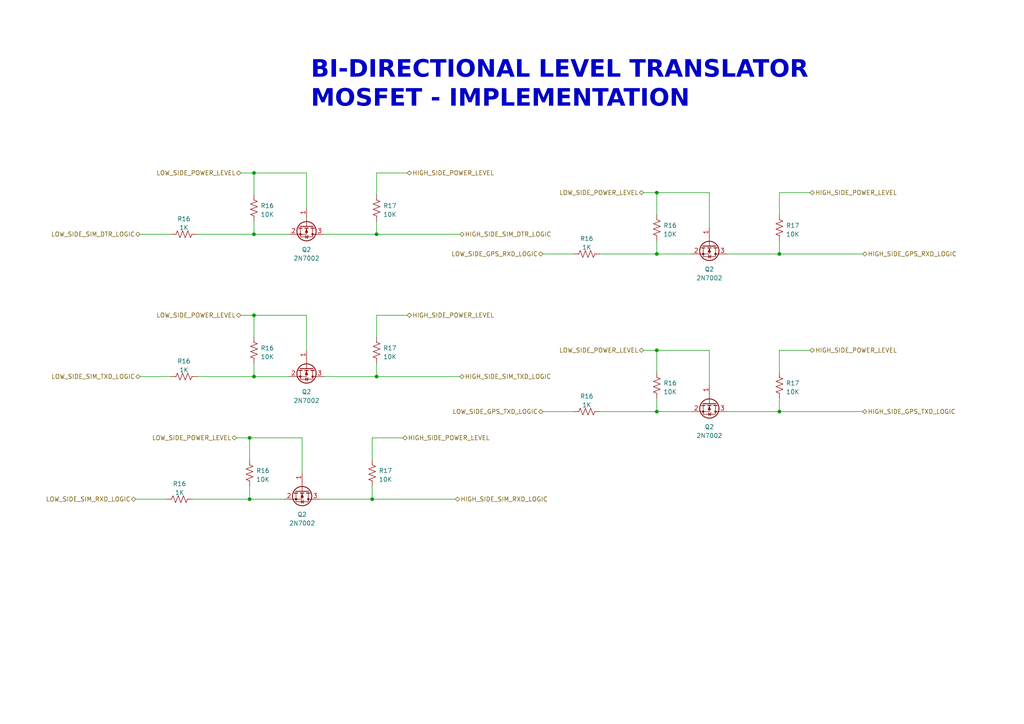
<source format=kicad_sch>
(kicad_sch (version 20230121) (generator eeschema)
  (paper "A4")
  (lib_symbols
    (symbol "Device:Q_NMOS_GSD" (pin_names (offset 0) hide)
      (property "Reference" "Q" (at 5.08 1.27 0))
      (property "Value" "Q_NMOS_GSD" (at 5.08 -1.27 0))
      (symbol "Q_NMOS_GSD_0_1"
        (polyline (pts (xy 0.254 0) (xy -2.54 0)))
        (polyline (pts (xy 0.254 1.905) (xy 0.254 -1.905)) (stroke (width 0.254)))
        (polyline (pts (xy 0.762 -1.27) (xy 0.762 -2.286)) (stroke (width 0.254)))
        (polyline (pts (xy 0.762 0.508) (xy 0.762 -0.508)) (stroke (width 0.254)))
        (polyline (pts (xy 0.762 2.286) (xy 0.762 1.27)) (stroke (width 0.254)))
        (polyline (pts (xy 2.54 2.54) (xy 2.54 1.778)))
        (polyline (pts (xy 2.54 -2.54) (xy 2.54 0) (xy 0.762 0)))
        (polyline (pts (xy 0.762 -1.778) (xy 3.302 -1.778) (xy 3.302 1.778) (xy 0.762 1.778)))
        (polyline (pts (xy 1.016 0) (xy 2.032 0.381) (xy 2.032 -0.381) (xy 1.016 0)) (fill (type outline)))
        (polyline (pts (xy 2.794 0.508) (xy 2.921 0.381) (xy 3.683 0.381) (xy 3.81 0.254)))
        (polyline (pts (xy 3.302 0.381) (xy 2.921 -0.254) (xy 3.683 -0.254) (xy 3.302 0.381)))
        (circle (center 1.651 0) (radius 2.794) (stroke (width 0.254)))
        (circle (center 2.54 -1.778) (radius 0.254) (fill (type outline)))
        (circle (center 2.54 1.778) (radius 0.254) (fill (type outline)))
      )
      (symbol "Q_NMOS_GSD_1_1"
        (pin input line (at -5.08 0 0) (length 2.54) (name "G") (number "1"))
        (pin passive line (at 2.54 -5.08 90) (length 2.54) (name "S") (number "2"))
        (pin passive line (at 2.54 5.08 270) (length 2.54) (name "D") (number "3"))
      )
    )
    (symbol "Device:R_US" (pin_numbers hide) (pin_names (offset 0))
      (property "Reference" "R" (at 2.54 0 90))
      (property "Value" "R_US" (at -2.54 0 90))
      (symbol "R_US_0_1"
        (polyline (pts (xy 0 -2.286) (xy 0 -2.54)))
        (polyline (pts (xy 0 2.286) (xy 0 2.54)))
        (polyline (pts (xy 0 -0.762) (xy 1.016 -1.143) (xy 0 -1.524) (xy -1.016 -1.905) (xy 0 -2.286)))
        (polyline (pts (xy 0 0.762) (xy 1.016 0.381) (xy 0 0) (xy -1.016 -0.381) (xy 0 -0.762)))
        (polyline (pts (xy 0 2.286) (xy 1.016 1.905) (xy 0 1.524) (xy -1.016 1.143) (xy 0 0.762)))
      )
      (symbol "R_US_1_1"
        (pin passive line (at 0 3.81 270) (length 1.27) (name "~") (number "1"))
        (pin passive line (at 0 -3.81 90) (length 1.27) (name "~") (number "2"))
      )
    )
  )
  (junction (at 226.06 119.38))
  (junction (at 190.5 101.6))
  (junction (at 73.66 109.22))
  (junction (at 190.5 73.66))
  (junction (at 72.39 144.78))
  (junction (at 107.95 144.78))
  (junction (at 190.5 119.38))
  (junction (at 73.66 50.165))
  (junction (at 73.66 91.44))
  (junction (at 226.06 73.66))
  (junction (at 109.22 109.22))
  (junction (at 109.22 67.945))
  (junction (at 73.66 67.945))
  (junction (at 190.5 55.88))
  (junction (at 72.39 127))
  (wire (pts (xy 173.99 73.66) (xy 190.5 73.66)))
  (wire (pts (xy 226.06 119.38) (xy 250.19 119.38)))
  (wire (pts (xy 116.84 127) (xy 107.95 127)))
  (wire (pts (xy 88.9 50.165) (xy 88.9 60.325)))
  (wire (pts (xy 190.5 107.95) (xy 190.5 101.6)))
  (wire (pts (xy 186.69 101.6) (xy 190.5 101.6)))
  (wire (pts (xy 190.5 101.6) (xy 205.74 101.6)))
  (wire (pts (xy 190.5 62.23) (xy 190.5 55.88)))
  (wire (pts (xy 73.66 109.22) (xy 83.82 109.22)))
  (wire (pts (xy 87.63 127) (xy 87.63 137.16)))
  (wire (pts (xy 190.5 115.57) (xy 190.5 119.38)))
  (wire (pts (xy 93.98 67.945) (xy 109.22 67.945)))
  (wire (pts (xy 72.39 127) (xy 87.63 127)))
  (wire (pts (xy 72.39 133.35) (xy 72.39 127)))
  (wire (pts (xy 109.22 50.165) (xy 109.22 56.515)))
  (wire (pts (xy 226.06 115.57) (xy 226.06 119.38)))
  (wire (pts (xy 72.39 140.97) (xy 72.39 144.78)))
  (wire (pts (xy 107.95 127) (xy 107.95 133.35)))
  (wire (pts (xy 234.95 55.88) (xy 226.06 55.88)))
  (wire (pts (xy 69.85 50.165) (xy 73.66 50.165)))
  (wire (pts (xy 72.39 144.78) (xy 82.55 144.78)))
  (wire (pts (xy 73.66 97.79) (xy 73.66 91.44)))
  (wire (pts (xy 157.48 73.66) (xy 166.37 73.66)))
  (wire (pts (xy 73.66 67.945) (xy 83.82 67.945)))
  (wire (pts (xy 226.06 55.88) (xy 226.06 62.23)))
  (wire (pts (xy 40.64 109.22) (xy 49.53 109.22)))
  (wire (pts (xy 93.98 109.22) (xy 109.22 109.22)))
  (wire (pts (xy 157.48 119.38) (xy 166.37 119.38)))
  (wire (pts (xy 69.85 91.44) (xy 73.66 91.44)))
  (wire (pts (xy 92.71 144.78) (xy 107.95 144.78)))
  (wire (pts (xy 109.22 91.44) (xy 109.22 97.79)))
  (wire (pts (xy 190.5 119.38) (xy 200.66 119.38)))
  (wire (pts (xy 186.69 55.88) (xy 190.5 55.88)))
  (wire (pts (xy 57.15 67.945) (xy 73.66 67.945)))
  (wire (pts (xy 205.74 101.6) (xy 205.74 111.76)))
  (wire (pts (xy 107.95 144.78) (xy 132.08 144.78)))
  (wire (pts (xy 226.06 69.85) (xy 226.06 73.66)))
  (wire (pts (xy 68.58 127) (xy 72.39 127)))
  (wire (pts (xy 73.66 56.515) (xy 73.66 50.165)))
  (wire (pts (xy 39.37 144.78) (xy 48.26 144.78)))
  (wire (pts (xy 234.95 101.6) (xy 226.06 101.6)))
  (wire (pts (xy 210.82 73.66) (xy 226.06 73.66)))
  (wire (pts (xy 226.06 73.66) (xy 250.19 73.66)))
  (wire (pts (xy 205.74 55.88) (xy 205.74 66.04)))
  (wire (pts (xy 210.82 119.38) (xy 226.06 119.38)))
  (wire (pts (xy 118.11 91.44) (xy 109.22 91.44)))
  (wire (pts (xy 190.5 73.66) (xy 200.66 73.66)))
  (wire (pts (xy 73.66 91.44) (xy 88.9 91.44)))
  (wire (pts (xy 118.11 50.165) (xy 109.22 50.165)))
  (wire (pts (xy 109.22 109.22) (xy 133.35 109.22)))
  (wire (pts (xy 73.66 50.165) (xy 88.9 50.165)))
  (wire (pts (xy 173.99 119.38) (xy 190.5 119.38)))
  (wire (pts (xy 109.22 67.945) (xy 133.35 67.945)))
  (wire (pts (xy 40.64 67.945) (xy 49.53 67.945)))
  (wire (pts (xy 107.95 140.97) (xy 107.95 144.78)))
  (wire (pts (xy 55.88 144.78) (xy 72.39 144.78)))
  (wire (pts (xy 88.9 91.44) (xy 88.9 101.6)))
  (wire (pts (xy 190.5 55.88) (xy 205.74 55.88)))
  (wire (pts (xy 109.22 64.135) (xy 109.22 67.945)))
  (wire (pts (xy 73.66 64.135) (xy 73.66 67.945)))
  (wire (pts (xy 226.06 101.6) (xy 226.06 107.95)))
  (wire (pts (xy 109.22 105.41) (xy 109.22 109.22)))
  (wire (pts (xy 57.15 109.22) (xy 73.66 109.22)))
  (wire (pts (xy 73.66 105.41) (xy 73.66 109.22)))
  (wire (pts (xy 190.5 69.85) (xy 190.5 73.66)))
  (text "BI-DIRECTIONAL LEVEL TRANSLATOR \nMOSFET - IMPLEMENTATION" (at 90.17 33.02 0) (effects (font (size 5 5) bold) (justify left bottom)))
  (hierarchical_label "LOW_SIDE_SIM_RXD_LOGIC" (shape bidirectional) (at 39.37 144.78 180))
  (hierarchical_label "HIGH_SIDE_POWER_LEVEL" (shape bidirectional) (at 234.95 101.6 0))
  (hierarchical_label "HIGH_SIDE_SIM_RXD_LOGIC" (shape bidirectional) (at 132.08 144.78 0))
  (hierarchical_label "HIGH_SIDE_SIM_TXD_LOGIC" (shape bidirectional) (at 133.35 109.22 0))
  (hierarchical_label "HIGH_SIDE_GPS_RXD_LOGIC" (shape bidirectional) (at 250.19 73.66 0))
  (hierarchical_label "LOW_SIDE_GPS_RXD_LOGIC" (shape bidirectional) (at 157.48 73.66 180))
  (hierarchical_label "LOW_SIDE_GPS_TXD_LOGIC" (shape bidirectional) (at 157.48 119.38 180))
  (hierarchical_label "LOW_SIDE_SIM_TXD_LOGIC" (shape bidirectional) (at 40.64 109.22 180))
  (hierarchical_label "HIGH_SIDE_GPS_TXD_LOGIC" (shape bidirectional) (at 250.19 119.38 0))
  (hierarchical_label "LOW_SIDE_SIM_DTR_LOGIC" (shape bidirectional) (at 40.64 67.945 180))
  (hierarchical_label "LOW_SIDE_POWER_LEVEL" (shape bidirectional) (at 68.58 127 180))
  (hierarchical_label "HIGH_SIDE_POWER_LEVEL" (shape bidirectional) (at 118.11 50.165 0))
  (hierarchical_label "LOW_SIDE_POWER_LEVEL" (shape bidirectional) (at 69.85 91.44 180))
  (hierarchical_label "LOW_SIDE_POWER_LEVEL" (shape bidirectional) (at 69.85 50.165 180))
  (hierarchical_label "HIGH_SIDE_POWER_LEVEL" (shape bidirectional) (at 234.95 55.88 0))
  (hierarchical_label "LOW_SIDE_POWER_LEVEL" (shape bidirectional) (at 186.69 101.6 180))
  (hierarchical_label "LOW_SIDE_POWER_LEVEL" (shape bidirectional) (at 186.69 55.88 180))
  (hierarchical_label "HIGH_SIDE_POWER_LEVEL" (shape bidirectional) (at 116.84 127 0))
  (hierarchical_label "HIGH_SIDE_POWER_LEVEL" (shape bidirectional) (at 118.11 91.44 0))
  (hierarchical_label "HIGH_SIDE_SIM_DTR_LOGIC" (shape bidirectional) (at 133.35 67.945 0))
  (symbol (lib_id "Device:R_US") (at 170.18 119.38 90) (unit 1)
    (property "Reference" "R16" (at 170.18 114.935 90))
    (property "Value" "1K" (at 170.18 117.475 90))
    (property "Footprint" "Resistor_SMD:R_0402_1005Metric" (effects hide))
    (instances (project "soilpal_v2_display" (path "" (reference "R16") (unit 1)) (path "" (reference "R16") (unit 1))) (project "SmartCaravan" (path "" (reference "R16") (unit 1)) (path "" (reference "R18") (unit 1)) (path "" (reference "R20") (unit 1)) (path "" (reference "R22") (unit 1)) (path "" (reference "R24") (unit 1)) (path "" (reference "R26") (unit 1))) (project "GSM_GPRS_MODULE_SIM7000G" (path "" (reference "R16") (unit 1)) (path "" (reference "R16") (unit 1))) (project "GSM_module_v3" (path "" (reference "R41") (unit 1))) (project "BIM_PCB" (path "" (reference "R51") (unit 1)) (path "" (reference "R54") (unit 1)) (path "" (reference "R57") (unit 1)) (path "" (reference "R48") (unit 1)) (path "" (reference "R35") (unit 1)) (path "" (reference "R45") (unit 1))) (project "BI_DIRECTIONAL_LOGIC_LEVEL_TRANSLATOR_MOSFET-use" (path "" (reference "R16") (unit 1))) (project "ELIESTER_V2" (path "" (reference "R76") (unit 1)) (path "" (reference "R69") (unit 1))))
  )
  (symbol (lib_id "Device:R_US") (at 52.07 144.78 90) (unit 1)
    (property "Reference" "R16" (at 52.07 140.335 90))
    (property "Value" "1K" (at 52.07 142.875 90))
    (property "Footprint" "Resistor_SMD:R_0402_1005Metric" (effects hide))
    (instances (project "soilpal_v2_display" (path "" (reference "R16") (unit 1)) (path "" (reference "R16") (unit 1))) (project "SmartCaravan" (path "" (reference "R16") (unit 1)) (path "" (reference "R18") (unit 1)) (path "" (reference "R20") (unit 1)) (path "" (reference "R22") (unit 1)) (path "" (reference "R24") (unit 1)) (path "" (reference "R26") (unit 1))) (project "GSM_GPRS_MODULE_SIM7000G" (path "" (reference "R16") (unit 1)) (path "" (reference "R16") (unit 1))) (project "GSM_module_v3" (path "" (reference "R29") (unit 1))) (project "BIM_PCB" (path "" (reference "R51") (unit 1)) (path "" (reference "R54") (unit 1)) (path "" (reference "R57") (unit 1)) (path "" (reference "R48") (unit 1)) (path "" (reference "R35") (unit 1)) (path "" (reference "R45") (unit 1))) (project "BI_DIRECTIONAL_LOGIC_LEVEL_TRANSLATOR_MOSFET-use" (path "" (reference "R16") (unit 1))) (project "ELIESTER_V2" (path "" (reference "R76") (unit 1)) (path "" (reference "R69") (unit 1))))
  )
  (symbol (lib_id "Device:R_US") (at 190.5 111.76 0) (unit 1)
    (property "Reference" "R16" (at 192.405 111.125 0) (effects (justify left)))
    (property "Value" "10K" (at 192.405 113.665 0) (effects (justify left)))
    (property "Footprint" "Resistor_SMD:R_0402_1005Metric" (effects hide))
    (instances (project "soilpal_v2_display" (path "" (reference "R16") (unit 1)) (path "" (reference "R16") (unit 1))) (project "SmartCaravan" (path "" (reference "R16") (unit 1)) (path "" (reference "R18") (unit 1)) (path "" (reference "R20") (unit 1)) (path "" (reference "R22") (unit 1)) (path "" (reference "R24") (unit 1)) (path "" (reference "R26") (unit 1))) (project "GSM_GPRS_MODULE_SIM7000G" (path "" (reference "R16") (unit 1)) (path "" (reference "R16") (unit 1))) (project "GSM_module_v3" (path "" (reference "R43") (unit 1))) (project "BIM_PCB" (path "" (reference "R49") (unit 1)) (path "" (reference "R52") (unit 1)) (path "" (reference "R55") (unit 1)) (path "" (reference "R46") (unit 1)) (path "" (reference "R33") (unit 1)) (path "" (reference "R36") (unit 1))) (project "BI_DIRECTIONAL_LOGIC_LEVEL_TRANSLATOR_MOSFET-use" (path "" (reference "R16") (unit 1))) (project "ELIESTER_V2" (path "" (reference "R74") (unit 1)) (path "" (reference "R67") (unit 1))))
  )
  (symbol (lib_id "Device:R_US") (at 109.22 60.325 0) (unit 1)
    (property "Reference" "R17" (at 111.125 59.69 0) (effects (justify left)))
    (property "Value" "10K" (at 111.125 62.23 0) (effects (justify left)))
    (property "Footprint" "Resistor_SMD:R_0402_1005Metric" (effects hide))
    (instances (project "soilpal_v2_display" (path "" (reference "R17") (unit 1)) (path "" (reference "R17") (unit 1))) (project "SmartCaravan" (path "" (reference "R17") (unit 1)) (path "" (reference "R19") (unit 1)) (path "" (reference "R21") (unit 1)) (path "" (reference "R23") (unit 1)) (path "" (reference "R25") (unit 1)) (path "" (reference "R27") (unit 1))) (project "GSM_GPRS_MODULE_SIM7000G" (path "" (reference "R17") (unit 1)) (path "" (reference "R17") (unit 1))) (project "GSM_module_v3" (path "" (reference "R38") (unit 1))) (project "BIM_PCB" (path "" (reference "R50") (unit 1)) (path "" (reference "R53") (unit 1)) (path "" (reference "R56") (unit 1)) (path "" (reference "R47") (unit 1)) (path "" (reference "R34") (unit 1)) (path "" (reference "R40") (unit 1))) (project "BI_DIRECTIONAL_LOGIC_LEVEL_TRANSLATOR_MOSFET-use" (path "" (reference "R17") (unit 1))) (project "ELIESTER_V2" (path "" (reference "R75") (unit 1)) (path "" (reference "R68") (unit 1))))
  )
  (symbol (lib_id "Device:R_US") (at 73.66 101.6 0) (unit 1)
    (property "Reference" "R16" (at 75.565 100.965 0) (effects (justify left)))
    (property "Value" "10K" (at 75.565 103.505 0) (effects (justify left)))
    (property "Footprint" "Resistor_SMD:R_0402_1005Metric" (effects hide))
    (instances (project "soilpal_v2_display" (path "" (reference "R16") (unit 1)) (path "" (reference "R16") (unit 1))) (project "SmartCaravan" (path "" (reference "R16") (unit 1)) (path "" (reference "R18") (unit 1)) (path "" (reference "R20") (unit 1)) (path "" (reference "R22") (unit 1)) (path "" (reference "R24") (unit 1)) (path "" (reference "R26") (unit 1))) (project "GSM_GPRS_MODULE_SIM7000G" (path "" (reference "R16") (unit 1)) (path "" (reference "R16") (unit 1))) (project "GSM_module_v3" (path "" (reference "R35") (unit 1))) (project "BIM_PCB" (path "" (reference "R49") (unit 1)) (path "" (reference "R52") (unit 1)) (path "" (reference "R55") (unit 1)) (path "" (reference "R46") (unit 1)) (path "" (reference "R33") (unit 1)) (path "" (reference "R36") (unit 1))) (project "BI_DIRECTIONAL_LOGIC_LEVEL_TRANSLATOR_MOSFET-use" (path "" (reference "R16") (unit 1))) (project "ELIESTER_V2" (path "" (reference "R74") (unit 1)) (path "" (reference "R67") (unit 1))))
  )
  (symbol (lib_id "Device:Q_NMOS_GSD") (at 205.74 71.12 270) (unit 1)
    (property "Reference" "Q2" (at 205.74 78.105 90))
    (property "Value" "2N7002" (at 205.74 80.645 90))
    (property "Footprint" "Package_TO_SOT_SMD:SOT-23" (effects hide))
    (instances (project "soilpal_v2_display" (path "" (reference "Q2") (unit 1)) (path "" (reference "Q2") (unit 1))) (project "SmartCaravan" (path "" (reference "Q2") (unit 1)) (path "" (reference "Q3") (unit 1)) (path "" (reference "Q4") (unit 1)) (path "" (reference "Q5") (unit 1)) (path "" (reference "Q6") (unit 1)) (path "" (reference "Q7") (unit 1))) (project "GSM_GPRS_MODULE_SIM7000G" (path "" (reference "Q2") (unit 1)) (path "" (reference "Q2") (unit 1))) (project "GSM_module_v3" (path "" (reference "Q8") (unit 1))) (project "BIM_PCB" (path "" (reference "Q9") (unit 1)) (path "" (reference "Q10") (unit 1)) (path "" (reference "Q11") (unit 1)) (path "" (reference "Q8") (unit 1)) (path "" (reference "Q6") (unit 1)) (path "" (reference "Q7") (unit 1))) (project "BI_DIRECTIONAL_LOGIC_LEVEL_TRANSLATOR_MOSFET-use" (path "" (reference "Q2") (unit 1))) (project "ELIESTER_V2" (path "" (reference "Q10") (unit 1)) (path "" (reference "Q9") (unit 1))))
  )
  (symbol (lib_id "Device:R_US") (at 53.34 67.945 90) (unit 1)
    (property "Reference" "R16" (at 53.34 63.5 90))
    (property "Value" "1K" (at 53.34 66.04 90))
    (property "Footprint" "Resistor_SMD:R_0402_1005Metric" (effects hide))
    (instances (project "soilpal_v2_display" (path "" (reference "R16") (unit 1)) (path "" (reference "R16") (unit 1))) (project "SmartCaravan" (path "" (reference "R16") (unit 1)) (path "" (reference "R18") (unit 1)) (path "" (reference "R20") (unit 1)) (path "" (reference "R22") (unit 1)) (path "" (reference "R24") (unit 1)) (path "" (reference "R26") (unit 1))) (project "GSM_GPRS_MODULE_SIM7000G" (path "" (reference "R16") (unit 1)) (path "" (reference "R16") (unit 1))) (project "GSM_module_v3" (path "" (reference "R30") (unit 1))) (project "BIM_PCB" (path "" (reference "R51") (unit 1)) (path "" (reference "R54") (unit 1)) (path "" (reference "R57") (unit 1)) (path "" (reference "R48") (unit 1)) (path "" (reference "R35") (unit 1)) (path "" (reference "R45") (unit 1))) (project "BI_DIRECTIONAL_LOGIC_LEVEL_TRANSLATOR_MOSFET-use" (path "" (reference "R16") (unit 1))) (project "ELIESTER_V2" (path "" (reference "R76") (unit 1)) (path "" (reference "R69") (unit 1))))
  )
  (symbol (lib_id "Device:Q_NMOS_GSD") (at 87.63 142.24 270) (unit 1)
    (property "Reference" "Q2" (at 87.63 149.225 90))
    (property "Value" "2N7002" (at 87.63 151.765 90))
    (property "Footprint" "Package_TO_SOT_SMD:SOT-23" (effects hide))
    (instances (project "soilpal_v2_display" (path "" (reference "Q2") (unit 1)) (path "" (reference "Q2") (unit 1))) (project "SmartCaravan" (path "" (reference "Q2") (unit 1)) (path "" (reference "Q3") (unit 1)) (path "" (reference "Q4") (unit 1)) (path "" (reference "Q5") (unit 1)) (path "" (reference "Q6") (unit 1)) (path "" (reference "Q7") (unit 1))) (project "GSM_GPRS_MODULE_SIM7000G" (path "" (reference "Q2") (unit 1)) (path "" (reference "Q2") (unit 1))) (project "GSM_module_v3" (path "" (reference "Q5") (unit 1))) (project "BIM_PCB" (path "" (reference "Q9") (unit 1)) (path "" (reference "Q10") (unit 1)) (path "" (reference "Q11") (unit 1)) (path "" (reference "Q8") (unit 1)) (path "" (reference "Q6") (unit 1)) (path "" (reference "Q7") (unit 1))) (project "BI_DIRECTIONAL_LOGIC_LEVEL_TRANSLATOR_MOSFET-use" (path "" (reference "Q2") (unit 1))) (project "ELIESTER_V2" (path "" (reference "Q10") (unit 1)) (path "" (reference "Q9") (unit 1))))
  )
  (symbol (lib_id "Device:R_US") (at 226.06 66.04 0) (unit 1)
    (property "Reference" "R17" (at 227.965 65.405 0) (effects (justify left)))
    (property "Value" "10K" (at 227.965 67.945 0) (effects (justify left)))
    (property "Footprint" "Resistor_SMD:R_0402_1005Metric" (effects hide))
    (instances (project "soilpal_v2_display" (path "" (reference "R17") (unit 1)) (path "" (reference "R17") (unit 1))) (project "SmartCaravan" (path "" (reference "R17") (unit 1)) (path "" (reference "R19") (unit 1)) (path "" (reference "R21") (unit 1)) (path "" (reference "R23") (unit 1)) (path "" (reference "R25") (unit 1)) (path "" (reference "R27") (unit 1))) (project "GSM_GPRS_MODULE_SIM7000G" (path "" (reference "R17") (unit 1)) (path "" (reference "R17") (unit 1))) (project "GSM_module_v3" (path "" (reference "R44") (unit 1))) (project "BIM_PCB" (path "" (reference "R50") (unit 1)) (path "" (reference "R53") (unit 1)) (path "" (reference "R56") (unit 1)) (path "" (reference "R47") (unit 1)) (path "" (reference "R34") (unit 1)) (path "" (reference "R40") (unit 1))) (project "BI_DIRECTIONAL_LOGIC_LEVEL_TRANSLATOR_MOSFET-use" (path "" (reference "R17") (unit 1))) (project "ELIESTER_V2" (path "" (reference "R75") (unit 1)) (path "" (reference "R68") (unit 1))))
  )
  (symbol (lib_id "Device:R_US") (at 53.34 109.22 90) (unit 1)
    (property "Reference" "R16" (at 53.34 104.775 90))
    (property "Value" "1K" (at 53.34 107.315 90))
    (property "Footprint" "Resistor_SMD:R_0402_1005Metric" (effects hide))
    (instances (project "soilpal_v2_display" (path "" (reference "R16") (unit 1)) (path "" (reference "R16") (unit 1))) (project "SmartCaravan" (path "" (reference "R16") (unit 1)) (path "" (reference "R18") (unit 1)) (path "" (reference "R20") (unit 1)) (path "" (reference "R22") (unit 1)) (path "" (reference "R24") (unit 1)) (path "" (reference "R26") (unit 1))) (project "GSM_GPRS_MODULE_SIM7000G" (path "" (reference "R16") (unit 1)) (path "" (reference "R16") (unit 1))) (project "GSM_module_v3" (path "" (reference "R31") (unit 1))) (project "BIM_PCB" (path "" (reference "R51") (unit 1)) (path "" (reference "R54") (unit 1)) (path "" (reference "R57") (unit 1)) (path "" (reference "R48") (unit 1)) (path "" (reference "R35") (unit 1)) (path "" (reference "R45") (unit 1))) (project "BI_DIRECTIONAL_LOGIC_LEVEL_TRANSLATOR_MOSFET-use" (path "" (reference "R16") (unit 1))) (project "ELIESTER_V2" (path "" (reference "R76") (unit 1)) (path "" (reference "R69") (unit 1))))
  )
  (symbol (lib_id "Device:R_US") (at 190.5 66.04 0) (unit 1)
    (property "Reference" "R16" (at 192.405 65.405 0) (effects (justify left)))
    (property "Value" "10K" (at 192.405 67.945 0) (effects (justify left)))
    (property "Footprint" "Resistor_SMD:R_0402_1005Metric" (effects hide))
    (instances (project "soilpal_v2_display" (path "" (reference "R16") (unit 1)) (path "" (reference "R16") (unit 1))) (project "SmartCaravan" (path "" (reference "R16") (unit 1)) (path "" (reference "R18") (unit 1)) (path "" (reference "R20") (unit 1)) (path "" (reference "R22") (unit 1)) (path "" (reference "R24") (unit 1)) (path "" (reference "R26") (unit 1))) (project "GSM_GPRS_MODULE_SIM7000G" (path "" (reference "R16") (unit 1)) (path "" (reference "R16") (unit 1))) (project "GSM_module_v3" (path "" (reference "R42") (unit 1))) (project "BIM_PCB" (path "" (reference "R49") (unit 1)) (path "" (reference "R52") (unit 1)) (path "" (reference "R55") (unit 1)) (path "" (reference "R46") (unit 1)) (path "" (reference "R33") (unit 1)) (path "" (reference "R36") (unit 1))) (project "BI_DIRECTIONAL_LOGIC_LEVEL_TRANSLATOR_MOSFET-use" (path "" (reference "R16") (unit 1))) (project "ELIESTER_V2" (path "" (reference "R74") (unit 1)) (path "" (reference "R67") (unit 1))))
  )
  (symbol (lib_id "Device:R_US") (at 226.06 111.76 0) (unit 1)
    (property "Reference" "R17" (at 227.965 111.125 0) (effects (justify left)))
    (property "Value" "10K" (at 227.965 113.665 0) (effects (justify left)))
    (property "Footprint" "Resistor_SMD:R_0402_1005Metric" (effects hide))
    (instances (project "soilpal_v2_display" (path "" (reference "R17") (unit 1)) (path "" (reference "R17") (unit 1))) (project "SmartCaravan" (path "" (reference "R17") (unit 1)) (path "" (reference "R19") (unit 1)) (path "" (reference "R21") (unit 1)) (path "" (reference "R23") (unit 1)) (path "" (reference "R25") (unit 1)) (path "" (reference "R27") (unit 1))) (project "GSM_GPRS_MODULE_SIM7000G" (path "" (reference "R17") (unit 1)) (path "" (reference "R17") (unit 1))) (project "GSM_module_v3" (path "" (reference "R45") (unit 1))) (project "BIM_PCB" (path "" (reference "R50") (unit 1)) (path "" (reference "R53") (unit 1)) (path "" (reference "R56") (unit 1)) (path "" (reference "R47") (unit 1)) (path "" (reference "R34") (unit 1)) (path "" (reference "R40") (unit 1))) (project "BI_DIRECTIONAL_LOGIC_LEVEL_TRANSLATOR_MOSFET-use" (path "" (reference "R17") (unit 1))) (project "ELIESTER_V2" (path "" (reference "R75") (unit 1)) (path "" (reference "R68") (unit 1))))
  )
  (symbol (lib_id "Device:Q_NMOS_GSD") (at 88.9 106.68 270) (unit 1)
    (property "Reference" "Q2" (at 88.9 113.665 90))
    (property "Value" "2N7002" (at 88.9 116.205 90))
    (property "Footprint" "Package_TO_SOT_SMD:SOT-23" (effects hide))
    (instances (project "soilpal_v2_display" (path "" (reference "Q2") (unit 1)) (path "" (reference "Q2") (unit 1))) (project "SmartCaravan" (path "" (reference "Q2") (unit 1)) (path "" (reference "Q3") (unit 1)) (path "" (reference "Q4") (unit 1)) (path "" (reference "Q5") (unit 1)) (path "" (reference "Q6") (unit 1)) (path "" (reference "Q7") (unit 1))) (project "GSM_GPRS_MODULE_SIM7000G" (path "" (reference "Q2") (unit 1)) (path "" (reference "Q2") (unit 1))) (project "GSM_module_v3" (path "" (reference "Q7") (unit 1))) (project "BIM_PCB" (path "" (reference "Q9") (unit 1)) (path "" (reference "Q10") (unit 1)) (path "" (reference "Q11") (unit 1)) (path "" (reference "Q8") (unit 1)) (path "" (reference "Q6") (unit 1)) (path "" (reference "Q7") (unit 1))) (project "BI_DIRECTIONAL_LOGIC_LEVEL_TRANSLATOR_MOSFET-use" (path "" (reference "Q2") (unit 1))) (project "ELIESTER_V2" (path "" (reference "Q10") (unit 1)) (path "" (reference "Q9") (unit 1))))
  )
  (symbol (lib_id "Device:R_US") (at 73.66 60.325 0) (unit 1)
    (property "Reference" "R16" (at 75.565 59.69 0) (effects (justify left)))
    (property "Value" "10K" (at 75.565 62.23 0) (effects (justify left)))
    (property "Footprint" "Resistor_SMD:R_0402_1005Metric" (effects hide))
    (instances (project "soilpal_v2_display" (path "" (reference "R16") (unit 1)) (path "" (reference "R16") (unit 1))) (project "SmartCaravan" (path "" (reference "R16") (unit 1)) (path "" (reference "R18") (unit 1)) (path "" (reference "R20") (unit 1)) (path "" (reference "R22") (unit 1)) (path "" (reference "R24") (unit 1)) (path "" (reference "R26") (unit 1))) (project "GSM_GPRS_MODULE_SIM7000G" (path "" (reference "R16") (unit 1)) (path "" (reference "R16") (unit 1))) (project "GSM_module_v3" (path "" (reference "R34") (unit 1))) (project "BIM_PCB" (path "" (reference "R49") (unit 1)) (path "" (reference "R52") (unit 1)) (path "" (reference "R55") (unit 1)) (path "" (reference "R46") (unit 1)) (path "" (reference "R33") (unit 1)) (path "" (reference "R36") (unit 1))) (project "BI_DIRECTIONAL_LOGIC_LEVEL_TRANSLATOR_MOSFET-use" (path "" (reference "R16") (unit 1))) (project "ELIESTER_V2" (path "" (reference "R74") (unit 1)) (path "" (reference "R67") (unit 1))))
  )
  (symbol (lib_id "Device:R_US") (at 170.18 73.66 90) (unit 1)
    (property "Reference" "R16" (at 170.18 69.215 90))
    (property "Value" "1K" (at 170.18 71.755 90))
    (property "Footprint" "Resistor_SMD:R_0402_1005Metric" (effects hide))
    (instances (project "soilpal_v2_display" (path "" (reference "R16") (unit 1)) (path "" (reference "R16") (unit 1))) (project "SmartCaravan" (path "" (reference "R16") (unit 1)) (path "" (reference "R18") (unit 1)) (path "" (reference "R20") (unit 1)) (path "" (reference "R22") (unit 1)) (path "" (reference "R24") (unit 1)) (path "" (reference "R26") (unit 1))) (project "GSM_GPRS_MODULE_SIM7000G" (path "" (reference "R16") (unit 1)) (path "" (reference "R16") (unit 1))) (project "GSM_module_v3" (path "" (reference "R40") (unit 1))) (project "BIM_PCB" (path "" (reference "R51") (unit 1)) (path "" (reference "R54") (unit 1)) (path "" (reference "R57") (unit 1)) (path "" (reference "R48") (unit 1)) (path "" (reference "R35") (unit 1)) (path "" (reference "R45") (unit 1))) (project "BI_DIRECTIONAL_LOGIC_LEVEL_TRANSLATOR_MOSFET-use" (path "" (reference "R16") (unit 1))) (project "ELIESTER_V2" (path "" (reference "R76") (unit 1)) (path "" (reference "R69") (unit 1))))
  )
  (symbol (lib_id "Device:Q_NMOS_GSD") (at 88.9 65.405 270) (unit 1)
    (property "Reference" "Q2" (at 88.9 72.39 90))
    (property "Value" "2N7002" (at 88.9 74.93 90))
    (property "Footprint" "Package_TO_SOT_SMD:SOT-23" (effects hide))
    (instances (project "soilpal_v2_display" (path "" (reference "Q2") (unit 1)) (path "" (reference "Q2") (unit 1))) (project "SmartCaravan" (path "" (reference "Q2") (unit 1)) (path "" (reference "Q3") (unit 1)) (path "" (reference "Q4") (unit 1)) (path "" (reference "Q5") (unit 1)) (path "" (reference "Q6") (unit 1)) (path "" (reference "Q7") (unit 1))) (project "GSM_GPRS_MODULE_SIM7000G" (path "" (reference "Q2") (unit 1)) (path "" (reference "Q2") (unit 1))) (project "GSM_module_v3" (path "" (reference "Q6") (unit 1))) (project "BIM_PCB" (path "" (reference "Q9") (unit 1)) (path "" (reference "Q10") (unit 1)) (path "" (reference "Q11") (unit 1)) (path "" (reference "Q8") (unit 1)) (path "" (reference "Q6") (unit 1)) (path "" (reference "Q7") (unit 1))) (project "BI_DIRECTIONAL_LOGIC_LEVEL_TRANSLATOR_MOSFET-use" (path "" (reference "Q2") (unit 1))) (project "ELIESTER_V2" (path "" (reference "Q10") (unit 1)) (path "" (reference "Q9") (unit 1))))
  )
  (symbol (lib_id "Device:R_US") (at 72.39 137.16 0) (unit 1)
    (property "Reference" "R16" (at 74.295 136.525 0) (effects (justify left)))
    (property "Value" "10K" (at 74.295 139.065 0) (effects (justify left)))
    (property "Footprint" "Resistor_SMD:R_0402_1005Metric" (effects hide))
    (instances (project "soilpal_v2_display" (path "" (reference "R16") (unit 1)) (path "" (reference "R16") (unit 1))) (project "SmartCaravan" (path "" (reference "R16") (unit 1)) (path "" (reference "R18") (unit 1)) (path "" (reference "R20") (unit 1)) (path "" (reference "R22") (unit 1)) (path "" (reference "R24") (unit 1)) (path "" (reference "R26") (unit 1))) (project "GSM_GPRS_MODULE_SIM7000G" (path "" (reference "R16") (unit 1)) (path "" (reference "R16") (unit 1))) (project "GSM_module_v3" (path "" (reference "R33") (unit 1))) (project "BIM_PCB" (path "" (reference "R49") (unit 1)) (path "" (reference "R52") (unit 1)) (path "" (reference "R55") (unit 1)) (path "" (reference "R46") (unit 1)) (path "" (reference "R33") (unit 1)) (path "" (reference "R36") (unit 1))) (project "BI_DIRECTIONAL_LOGIC_LEVEL_TRANSLATOR_MOSFET-use" (path "" (reference "R16") (unit 1))) (project "ELIESTER_V2" (path "" (reference "R74") (unit 1)) (path "" (reference "R67") (unit 1))))
  )
  (symbol (lib_id "Device:R_US") (at 109.22 101.6 0) (unit 1)
    (property "Reference" "R17" (at 111.125 100.965 0) (effects (justify left)))
    (property "Value" "10K" (at 111.125 103.505 0) (effects (justify left)))
    (property "Footprint" "Resistor_SMD:R_0402_1005Metric" (effects hide))
    (instances (project "soilpal_v2_display" (path "" (reference "R17") (unit 1)) (path "" (reference "R17") (unit 1))) (project "SmartCaravan" (path "" (reference "R17") (unit 1)) (path "" (reference "R19") (unit 1)) (path "" (reference "R21") (unit 1)) (path "" (reference "R23") (unit 1)) (path "" (reference "R25") (unit 1)) (path "" (reference "R27") (unit 1))) (project "GSM_GPRS_MODULE_SIM7000G" (path "" (reference "R17") (unit 1)) (path "" (reference "R17") (unit 1))) (project "GSM_module_v3" (path "" (reference "R39") (unit 1))) (project "BIM_PCB" (path "" (reference "R50") (unit 1)) (path "" (reference "R53") (unit 1)) (path "" (reference "R56") (unit 1)) (path "" (reference "R47") (unit 1)) (path "" (reference "R34") (unit 1)) (path "" (reference "R40") (unit 1))) (project "BI_DIRECTIONAL_LOGIC_LEVEL_TRANSLATOR_MOSFET-use" (path "" (reference "R17") (unit 1))) (project "ELIESTER_V2" (path "" (reference "R75") (unit 1)) (path "" (reference "R68") (unit 1))))
  )
  (symbol (lib_id "Device:R_US") (at 107.95 137.16 0) (unit 1)
    (property "Reference" "R17" (at 109.855 136.525 0) (effects (justify left)))
    (property "Value" "10K" (at 109.855 139.065 0) (effects (justify left)))
    (property "Footprint" "Resistor_SMD:R_0402_1005Metric" (effects hide))
    (instances (project "soilpal_v2_display" (path "" (reference "R17") (unit 1)) (path "" (reference "R17") (unit 1))) (project "SmartCaravan" (path "" (reference "R17") (unit 1)) (path "" (reference "R19") (unit 1)) (path "" (reference "R21") (unit 1)) (path "" (reference "R23") (unit 1)) (path "" (reference "R25") (unit 1)) (path "" (reference "R27") (unit 1))) (project "GSM_GPRS_MODULE_SIM7000G" (path "" (reference "R17") (unit 1)) (path "" (reference "R17") (unit 1))) (project "GSM_module_v3" (path "" (reference "R37") (unit 1))) (project "BIM_PCB" (path "" (reference "R50") (unit 1)) (path "" (reference "R53") (unit 1)) (path "" (reference "R56") (unit 1)) (path "" (reference "R47") (unit 1)) (path "" (reference "R34") (unit 1)) (path "" (reference "R40") (unit 1))) (project "BI_DIRECTIONAL_LOGIC_LEVEL_TRANSLATOR_MOSFET-use" (path "" (reference "R17") (unit 1))) (project "ELIESTER_V2" (path "" (reference "R75") (unit 1)) (path "" (reference "R68") (unit 1))))
  )
  (symbol (lib_id "Device:Q_NMOS_GSD") (at 205.74 116.84 270) (unit 1)
    (property "Reference" "Q2" (at 205.74 123.825 90))
    (property "Value" "2N7002" (at 205.74 126.365 90))
    (property "Footprint" "Package_TO_SOT_SMD:SOT-23" (effects hide))
    (instances (project "soilpal_v2_display" (path "" (reference "Q2") (unit 1)) (path "" (reference "Q2") (unit 1))) (project "SmartCaravan" (path "" (reference "Q2") (unit 1)) (path "" (reference "Q3") (unit 1)) (path "" (reference "Q4") (unit 1)) (path "" (reference "Q5") (unit 1)) (path "" (reference "Q6") (unit 1)) (path "" (reference "Q7") (unit 1))) (project "GSM_GPRS_MODULE_SIM7000G" (path "" (reference "Q2") (unit 1)) (path "" (reference "Q2") (unit 1))) (project "GSM_module_v3" (path "" (reference "Q9") (unit 1))) (project "BIM_PCB" (path "" (reference "Q9") (unit 1)) (path "" (reference "Q10") (unit 1)) (path "" (reference "Q11") (unit 1)) (path "" (reference "Q8") (unit 1)) (path "" (reference "Q6") (unit 1)) (path "" (reference "Q7") (unit 1))) (project "BI_DIRECTIONAL_LOGIC_LEVEL_TRANSLATOR_MOSFET-use" (path "" (reference "Q2") (unit 1))) (project "ELIESTER_V2" (path "" (reference "Q10") (unit 1)) (path "" (reference "Q9") (unit 1))))
  )
)
</source>
